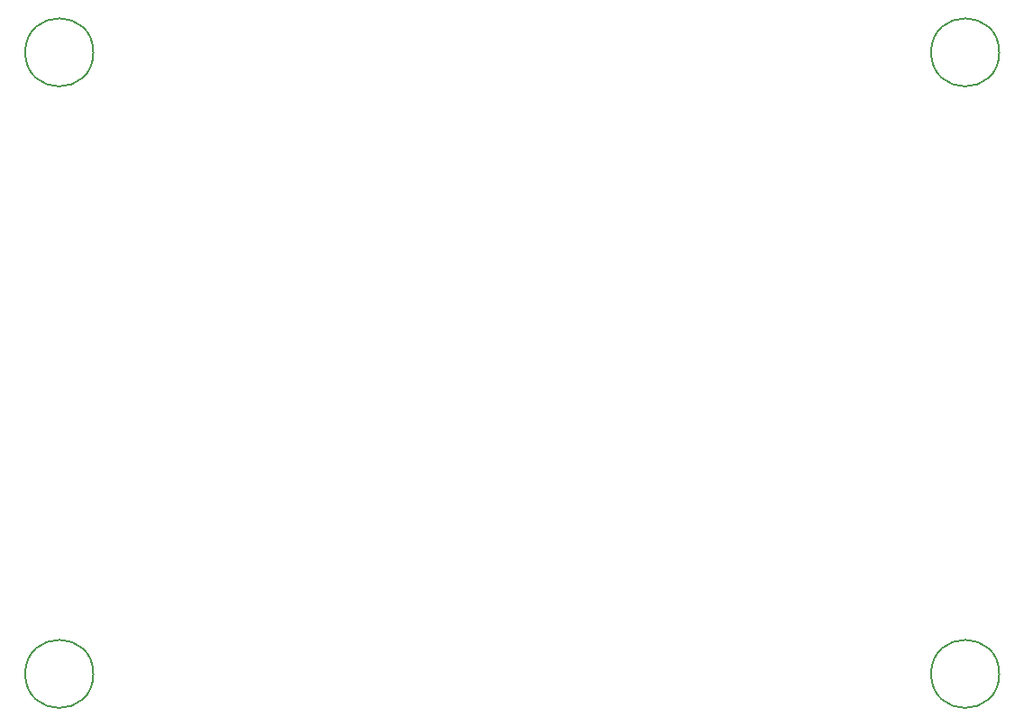
<source format=gbr>
G04 #@! TF.GenerationSoftware,KiCad,Pcbnew,(5.1.5)-3*
G04 #@! TF.CreationDate,2020-05-25T11:19:48-05:00*
G04 #@! TF.ProjectId,Delta_Robot,44656c74-615f-4526-9f62-6f742e6b6963,rev?*
G04 #@! TF.SameCoordinates,Original*
G04 #@! TF.FileFunction,Other,Comment*
%FSLAX46Y46*%
G04 Gerber Fmt 4.6, Leading zero omitted, Abs format (unit mm)*
G04 Created by KiCad (PCBNEW (5.1.5)-3) date 2020-05-25 11:19:48*
%MOMM*%
%LPD*%
G04 APERTURE LIST*
%ADD10C,0.150000*%
G04 APERTURE END LIST*
D10*
X183540000Y-62230000D02*
G75*
G03X183540000Y-62230000I-3200000J0D01*
G01*
X98450000Y-62230000D02*
G75*
G03X98450000Y-62230000I-3200000J0D01*
G01*
X183540000Y-120650000D02*
G75*
G03X183540000Y-120650000I-3200000J0D01*
G01*
X98450000Y-120650000D02*
G75*
G03X98450000Y-120650000I-3200000J0D01*
G01*
M02*

</source>
